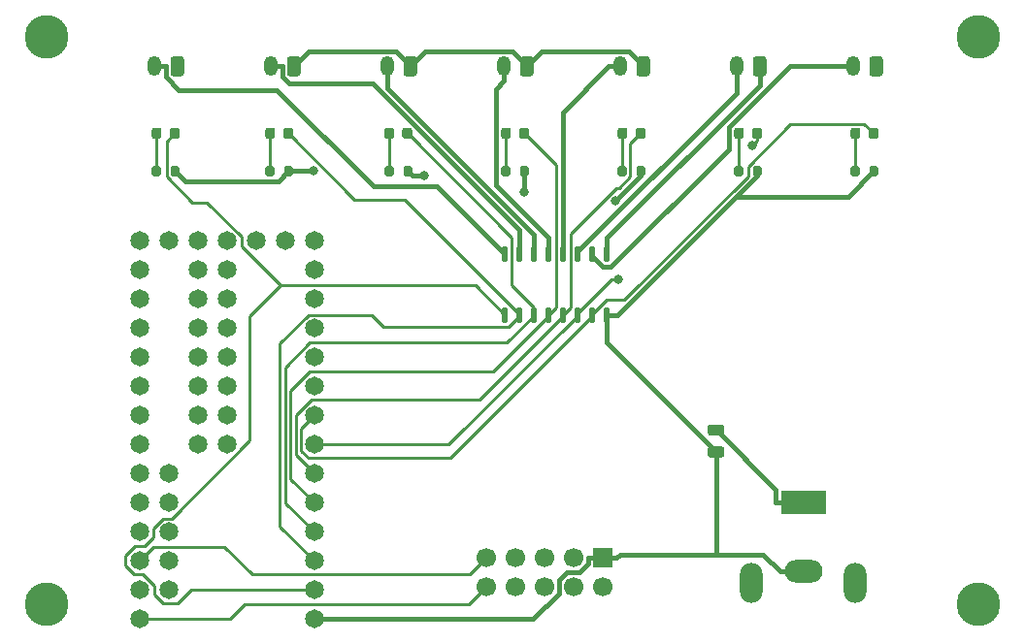
<source format=gbr>
%TF.GenerationSoftware,KiCad,Pcbnew,5.1.7-a382d34a8~87~ubuntu18.04.1*%
%TF.CreationDate,2021-02-24T17:41:24-08:00*%
%TF.ProjectId,teensy3x_solenoid_driver,7465656e-7379-4337-985f-736f6c656e6f,rev?*%
%TF.SameCoordinates,Original*%
%TF.FileFunction,Copper,L1,Top*%
%TF.FilePolarity,Positive*%
%FSLAX46Y46*%
G04 Gerber Fmt 4.6, Leading zero omitted, Abs format (unit mm)*
G04 Created by KiCad (PCBNEW 5.1.7-a382d34a8~87~ubuntu18.04.1) date 2021-02-24 17:41:24*
%MOMM*%
%LPD*%
G01*
G04 APERTURE LIST*
%TA.AperFunction,ComponentPad*%
%ADD10C,3.810000*%
%TD*%
%TA.AperFunction,ComponentPad*%
%ADD11O,1.200000X1.750000*%
%TD*%
%TA.AperFunction,ComponentPad*%
%ADD12R,1.700000X1.700000*%
%TD*%
%TA.AperFunction,ComponentPad*%
%ADD13C,1.700000*%
%TD*%
%TA.AperFunction,ComponentPad*%
%ADD14R,4.000000X2.000000*%
%TD*%
%TA.AperFunction,ComponentPad*%
%ADD15O,3.300000X2.000000*%
%TD*%
%TA.AperFunction,ComponentPad*%
%ADD16O,2.000000X3.500000*%
%TD*%
%TA.AperFunction,ComponentPad*%
%ADD17C,1.650000*%
%TD*%
%TA.AperFunction,ViaPad*%
%ADD18C,0.800000*%
%TD*%
%TA.AperFunction,Conductor*%
%ADD19C,0.381000*%
%TD*%
%TA.AperFunction,Conductor*%
%ADD20C,0.254000*%
%TD*%
G04 APERTURE END LIST*
D10*
%TO.P,M4,*%
%TO.N,*%
X54610000Y-104140000D03*
%TD*%
%TO.P,M3,*%
%TO.N,*%
X135890000Y-104140000D03*
%TD*%
%TO.P,M2,*%
%TO.N,*%
X135890000Y-54610000D03*
%TD*%
%TO.P,M1,*%
%TO.N,*%
X54610000Y-54610000D03*
%TD*%
%TO.P,C1,1*%
%TO.N,Net-(C1-Pad1)*%
%TA.AperFunction,SMDPad,CuDef*%
G36*
G01*
X112555000Y-88400000D02*
X113505000Y-88400000D01*
G75*
G02*
X113755000Y-88650000I0J-250000D01*
G01*
X113755000Y-89150000D01*
G75*
G02*
X113505000Y-89400000I-250000J0D01*
G01*
X112555000Y-89400000D01*
G75*
G02*
X112305000Y-89150000I0J250000D01*
G01*
X112305000Y-88650000D01*
G75*
G02*
X112555000Y-88400000I250000J0D01*
G01*
G37*
%TD.AperFunction*%
%TO.P,C1,2*%
%TO.N,GND*%
%TA.AperFunction,SMDPad,CuDef*%
G36*
G01*
X112555000Y-90300000D02*
X113505000Y-90300000D01*
G75*
G02*
X113755000Y-90550000I0J-250000D01*
G01*
X113755000Y-91050000D01*
G75*
G02*
X113505000Y-91300000I-250000J0D01*
G01*
X112555000Y-91300000D01*
G75*
G02*
X112305000Y-91050000I0J250000D01*
G01*
X112305000Y-90550000D01*
G75*
G02*
X112555000Y-90300000I250000J0D01*
G01*
G37*
%TD.AperFunction*%
%TD*%
%TO.P,J1,1*%
%TO.N,Net-(C1-Pad1)*%
%TA.AperFunction,ComponentPad*%
G36*
G01*
X66640000Y-56524999D02*
X66640000Y-57775001D01*
G75*
G02*
X66390001Y-58025000I-249999J0D01*
G01*
X65689999Y-58025000D01*
G75*
G02*
X65440000Y-57775001I0J249999D01*
G01*
X65440000Y-56524999D01*
G75*
G02*
X65689999Y-56275000I249999J0D01*
G01*
X66390001Y-56275000D01*
G75*
G02*
X66640000Y-56524999I0J-249999D01*
G01*
G37*
%TD.AperFunction*%
D11*
%TO.P,J1,2*%
%TO.N,Net-(J1-Pad2)*%
X64040000Y-57150000D03*
%TD*%
%TO.P,J2,2*%
%TO.N,Net-(J2-Pad2)*%
X74200000Y-57150000D03*
%TO.P,J2,1*%
%TO.N,Net-(C1-Pad1)*%
%TA.AperFunction,ComponentPad*%
G36*
G01*
X76800000Y-56524999D02*
X76800000Y-57775001D01*
G75*
G02*
X76550001Y-58025000I-249999J0D01*
G01*
X75849999Y-58025000D01*
G75*
G02*
X75600000Y-57775001I0J249999D01*
G01*
X75600000Y-56524999D01*
G75*
G02*
X75849999Y-56275000I249999J0D01*
G01*
X76550001Y-56275000D01*
G75*
G02*
X76800000Y-56524999I0J-249999D01*
G01*
G37*
%TD.AperFunction*%
%TD*%
%TO.P,J3,1*%
%TO.N,Net-(C1-Pad1)*%
%TA.AperFunction,ComponentPad*%
G36*
G01*
X86960000Y-56524999D02*
X86960000Y-57775001D01*
G75*
G02*
X86710001Y-58025000I-249999J0D01*
G01*
X86009999Y-58025000D01*
G75*
G02*
X85760000Y-57775001I0J249999D01*
G01*
X85760000Y-56524999D01*
G75*
G02*
X86009999Y-56275000I249999J0D01*
G01*
X86710001Y-56275000D01*
G75*
G02*
X86960000Y-56524999I0J-249999D01*
G01*
G37*
%TD.AperFunction*%
%TO.P,J3,2*%
%TO.N,Net-(J3-Pad2)*%
X84360000Y-57150000D03*
%TD*%
%TO.P,J4,2*%
%TO.N,Net-(J4-Pad2)*%
X94520000Y-57150000D03*
%TO.P,J4,1*%
%TO.N,Net-(C1-Pad1)*%
%TA.AperFunction,ComponentPad*%
G36*
G01*
X97120000Y-56524999D02*
X97120000Y-57775001D01*
G75*
G02*
X96870001Y-58025000I-249999J0D01*
G01*
X96169999Y-58025000D01*
G75*
G02*
X95920000Y-57775001I0J249999D01*
G01*
X95920000Y-56524999D01*
G75*
G02*
X96169999Y-56275000I249999J0D01*
G01*
X96870001Y-56275000D01*
G75*
G02*
X97120000Y-56524999I0J-249999D01*
G01*
G37*
%TD.AperFunction*%
%TD*%
%TO.P,J5,1*%
%TO.N,Net-(C1-Pad1)*%
%TA.AperFunction,ComponentPad*%
G36*
G01*
X107280000Y-56524999D02*
X107280000Y-57775001D01*
G75*
G02*
X107030001Y-58025000I-249999J0D01*
G01*
X106329999Y-58025000D01*
G75*
G02*
X106080000Y-57775001I0J249999D01*
G01*
X106080000Y-56524999D01*
G75*
G02*
X106329999Y-56275000I249999J0D01*
G01*
X107030001Y-56275000D01*
G75*
G02*
X107280000Y-56524999I0J-249999D01*
G01*
G37*
%TD.AperFunction*%
%TO.P,J5,2*%
%TO.N,Net-(J5-Pad2)*%
X104680000Y-57150000D03*
%TD*%
%TO.P,J6,2*%
%TO.N,Net-(J6-Pad2)*%
X114840000Y-57150000D03*
%TO.P,J6,1*%
%TO.N,Net-(C1-Pad1)*%
%TA.AperFunction,ComponentPad*%
G36*
G01*
X117440000Y-56524999D02*
X117440000Y-57775001D01*
G75*
G02*
X117190001Y-58025000I-249999J0D01*
G01*
X116489999Y-58025000D01*
G75*
G02*
X116240000Y-57775001I0J249999D01*
G01*
X116240000Y-56524999D01*
G75*
G02*
X116489999Y-56275000I249999J0D01*
G01*
X117190001Y-56275000D01*
G75*
G02*
X117440000Y-56524999I0J-249999D01*
G01*
G37*
%TD.AperFunction*%
%TD*%
%TO.P,J7,1*%
%TO.N,Net-(C1-Pad1)*%
%TA.AperFunction,ComponentPad*%
G36*
G01*
X127600000Y-56524999D02*
X127600000Y-57775001D01*
G75*
G02*
X127350001Y-58025000I-249999J0D01*
G01*
X126649999Y-58025000D01*
G75*
G02*
X126400000Y-57775001I0J249999D01*
G01*
X126400000Y-56524999D01*
G75*
G02*
X126649999Y-56275000I249999J0D01*
G01*
X127350001Y-56275000D01*
G75*
G02*
X127600000Y-56524999I0J-249999D01*
G01*
G37*
%TD.AperFunction*%
%TO.P,J7,2*%
%TO.N,Net-(J7-Pad2)*%
X125000000Y-57150000D03*
%TD*%
D12*
%TO.P,J8,1*%
%TO.N,GND*%
X103124000Y-100076000D03*
D13*
%TO.P,J8,2*%
%TO.N,/D10_CS*%
X103124000Y-102616000D03*
%TO.P,J8,3*%
%TO.N,/D11_MOSI*%
X100584000Y-100076000D03*
%TO.P,J8,4*%
%TO.N,/D12_MISO*%
X100584000Y-102616000D03*
%TO.P,J8,5*%
%TO.N,/D13_SCK*%
X98044000Y-100076000D03*
%TO.P,J8,6*%
%TO.N,/D14_A0*%
X98044000Y-102616000D03*
%TO.P,J8,7*%
%TO.N,/D18_SDA0*%
X95504000Y-100076000D03*
%TO.P,J8,8*%
%TO.N,/D19_SCL0*%
X95504000Y-102616000D03*
%TO.P,J8,9*%
%TO.N,/3V3*%
X92964000Y-100076000D03*
%TO.P,J8,10*%
%TO.N,/5V*%
X92964000Y-102616000D03*
%TD*%
D14*
%TO.P,J9,1*%
%TO.N,Net-(C1-Pad1)*%
X120650000Y-95250000D03*
D15*
%TO.P,J9,2*%
%TO.N,GND*%
X120650000Y-101250000D03*
D16*
%TO.P,J9,MP*%
%TO.N,N/C*%
X116150000Y-102250000D03*
X125150000Y-102250000D03*
%TD*%
D17*
%TO.P,U1,1*%
%TO.N,GND*%
X77978000Y-105410000D03*
%TO.P,U1,2*%
%TO.N,Net-(D1-Pad2)*%
X77978000Y-102870000D03*
%TO.P,U1,3*%
%TO.N,Net-(D2-Pad2)*%
X77978000Y-100330000D03*
%TO.P,U1,4*%
%TO.N,Net-(D3-Pad2)*%
X77978000Y-97790000D03*
%TO.P,U1,5*%
%TO.N,Net-(D4-Pad2)*%
X77978000Y-95250000D03*
%TO.P,U1,6*%
%TO.N,Net-(D5-Pad2)*%
X77978000Y-92710000D03*
%TO.P,U1,7*%
%TO.N,Net-(D6-Pad2)*%
X77978000Y-90170000D03*
%TO.P,U1,8*%
%TO.N,Net-(D7-Pad2)*%
X77978000Y-87630000D03*
%TO.P,U1,9*%
%TO.N,Net-(U1-Pad9)*%
X77978000Y-85090000D03*
%TO.P,U1,10*%
%TO.N,Net-(U1-Pad10)*%
X77978000Y-82550000D03*
%TO.P,U1,11*%
%TO.N,Net-(U1-Pad11)*%
X77978000Y-80010000D03*
%TO.P,U1,12*%
%TO.N,/D10_CS*%
X77978000Y-77470000D03*
%TO.P,U1,13*%
%TO.N,/D11_MOSI*%
X77978000Y-74930000D03*
%TO.P,U1,14*%
%TO.N,/D12_MISO*%
X77978000Y-72390000D03*
%TO.P,U1,15*%
%TO.N,Net-(U1-Pad15)*%
X75438000Y-72390000D03*
%TO.P,U1,16*%
%TO.N,Net-(U1-Pad16)*%
X72898000Y-72390000D03*
%TO.P,U1,17*%
%TO.N,Net-(U1-Pad17)*%
X70358000Y-72390000D03*
%TO.P,U1,18*%
%TO.N,Net-(U1-Pad18)*%
X67818000Y-72390000D03*
%TO.P,U1,19*%
%TO.N,Net-(U1-Pad19)*%
X65278000Y-72390000D03*
%TO.P,U1,20*%
%TO.N,/D13_SCK*%
X62738000Y-72390000D03*
%TO.P,U1,21*%
%TO.N,/D14_A0*%
X62738000Y-74930000D03*
%TO.P,U1,22*%
%TO.N,Net-(U1-Pad22)*%
X62738000Y-77470000D03*
%TO.P,U1,23*%
%TO.N,Net-(U1-Pad23)*%
X62738000Y-80010000D03*
%TO.P,U1,24*%
%TO.N,Net-(U1-Pad24)*%
X62738000Y-82550000D03*
%TO.P,U1,25*%
%TO.N,/D18_SDA0*%
X62738000Y-85090000D03*
%TO.P,U1,26*%
%TO.N,/D19_SCL0*%
X62738000Y-87630000D03*
%TO.P,U1,27*%
%TO.N,Net-(U1-Pad27)*%
X62738000Y-90170000D03*
%TO.P,U1,28*%
%TO.N,Net-(U1-Pad28)*%
X62738000Y-92710000D03*
%TO.P,U1,29*%
%TO.N,Net-(U1-Pad29)*%
X62738000Y-95250000D03*
%TO.P,U1,30*%
%TO.N,Net-(U1-Pad30)*%
X62738000Y-97790000D03*
%TO.P,U1,31*%
%TO.N,/3V3*%
X62738000Y-100330000D03*
%TO.P,U1,32*%
%TO.N,Net-(U1-Pad32)*%
X62738000Y-102870000D03*
%TO.P,U1,33*%
%TO.N,/5V*%
X62738000Y-105410000D03*
%TO.P,U1,34*%
%TO.N,Net-(U1-Pad34)*%
X70358000Y-90170000D03*
%TO.P,U1,35*%
%TO.N,Net-(U1-Pad35)*%
X70358000Y-87630000D03*
%TO.P,U1,36*%
%TO.N,Net-(U1-Pad36)*%
X70358000Y-85090000D03*
%TO.P,U1,37*%
%TO.N,Net-(U1-Pad37)*%
X70358000Y-82550000D03*
%TO.P,U1,38*%
%TO.N,Net-(U1-Pad38)*%
X70358000Y-80010000D03*
%TO.P,U1,39*%
%TO.N,Net-(U1-Pad39)*%
X70358000Y-77470000D03*
%TO.P,U1,40*%
%TO.N,Net-(U1-Pad40)*%
X70358000Y-74930000D03*
%TO.P,U1,41*%
%TO.N,Net-(U1-Pad41)*%
X67818000Y-74930000D03*
%TO.P,U1,42*%
%TO.N,Net-(U1-Pad42)*%
X67818000Y-77470000D03*
%TO.P,U1,43*%
%TO.N,Net-(U1-Pad43)*%
X67818000Y-80010000D03*
%TO.P,U1,44*%
%TO.N,Net-(U1-Pad44)*%
X67818000Y-82550000D03*
%TO.P,U1,45*%
%TO.N,Net-(U1-Pad45)*%
X67818000Y-85090000D03*
%TO.P,U1,46*%
%TO.N,Net-(U1-Pad46)*%
X67818000Y-87630000D03*
%TO.P,U1,47*%
%TO.N,Net-(U1-Pad47)*%
X67818000Y-90170000D03*
%TO.P,U1,48*%
%TO.N,Net-(U1-Pad48)*%
X65278000Y-92710000D03*
%TO.P,U1,49*%
%TO.N,Net-(U1-Pad49)*%
X65278000Y-95250000D03*
%TO.P,U1,50*%
%TO.N,Net-(U1-Pad50)*%
X65278000Y-97790000D03*
%TO.P,U1,51*%
%TO.N,Net-(U1-Pad51)*%
X65278000Y-102870000D03*
%TO.P,U1,*%
%TO.N,*%
X65278000Y-100330000D03*
%TD*%
%TO.P,U2,1*%
%TO.N,Net-(D1-Pad2)*%
%TA.AperFunction,SMDPad,CuDef*%
G36*
G01*
X94752500Y-79525000D02*
X94477500Y-79525000D01*
G75*
G02*
X94340000Y-79387500I0J137500D01*
G01*
X94340000Y-78312500D01*
G75*
G02*
X94477500Y-78175000I137500J0D01*
G01*
X94752500Y-78175000D01*
G75*
G02*
X94890000Y-78312500I0J-137500D01*
G01*
X94890000Y-79387500D01*
G75*
G02*
X94752500Y-79525000I-137500J0D01*
G01*
G37*
%TD.AperFunction*%
%TO.P,U2,2*%
%TO.N,Net-(D2-Pad2)*%
%TA.AperFunction,SMDPad,CuDef*%
G36*
G01*
X96022500Y-79525000D02*
X95747500Y-79525000D01*
G75*
G02*
X95610000Y-79387500I0J137500D01*
G01*
X95610000Y-78312500D01*
G75*
G02*
X95747500Y-78175000I137500J0D01*
G01*
X96022500Y-78175000D01*
G75*
G02*
X96160000Y-78312500I0J-137500D01*
G01*
X96160000Y-79387500D01*
G75*
G02*
X96022500Y-79525000I-137500J0D01*
G01*
G37*
%TD.AperFunction*%
%TO.P,U2,3*%
%TO.N,Net-(D3-Pad2)*%
%TA.AperFunction,SMDPad,CuDef*%
G36*
G01*
X97292500Y-79525000D02*
X97017500Y-79525000D01*
G75*
G02*
X96880000Y-79387500I0J137500D01*
G01*
X96880000Y-78312500D01*
G75*
G02*
X97017500Y-78175000I137500J0D01*
G01*
X97292500Y-78175000D01*
G75*
G02*
X97430000Y-78312500I0J-137500D01*
G01*
X97430000Y-79387500D01*
G75*
G02*
X97292500Y-79525000I-137500J0D01*
G01*
G37*
%TD.AperFunction*%
%TO.P,U2,4*%
%TO.N,Net-(D4-Pad2)*%
%TA.AperFunction,SMDPad,CuDef*%
G36*
G01*
X98562500Y-79525000D02*
X98287500Y-79525000D01*
G75*
G02*
X98150000Y-79387500I0J137500D01*
G01*
X98150000Y-78312500D01*
G75*
G02*
X98287500Y-78175000I137500J0D01*
G01*
X98562500Y-78175000D01*
G75*
G02*
X98700000Y-78312500I0J-137500D01*
G01*
X98700000Y-79387500D01*
G75*
G02*
X98562500Y-79525000I-137500J0D01*
G01*
G37*
%TD.AperFunction*%
%TO.P,U2,5*%
%TO.N,Net-(D5-Pad2)*%
%TA.AperFunction,SMDPad,CuDef*%
G36*
G01*
X99832500Y-79525000D02*
X99557500Y-79525000D01*
G75*
G02*
X99420000Y-79387500I0J137500D01*
G01*
X99420000Y-78312500D01*
G75*
G02*
X99557500Y-78175000I137500J0D01*
G01*
X99832500Y-78175000D01*
G75*
G02*
X99970000Y-78312500I0J-137500D01*
G01*
X99970000Y-79387500D01*
G75*
G02*
X99832500Y-79525000I-137500J0D01*
G01*
G37*
%TD.AperFunction*%
%TO.P,U2,6*%
%TO.N,Net-(D6-Pad2)*%
%TA.AperFunction,SMDPad,CuDef*%
G36*
G01*
X101102500Y-79525000D02*
X100827500Y-79525000D01*
G75*
G02*
X100690000Y-79387500I0J137500D01*
G01*
X100690000Y-78312500D01*
G75*
G02*
X100827500Y-78175000I137500J0D01*
G01*
X101102500Y-78175000D01*
G75*
G02*
X101240000Y-78312500I0J-137500D01*
G01*
X101240000Y-79387500D01*
G75*
G02*
X101102500Y-79525000I-137500J0D01*
G01*
G37*
%TD.AperFunction*%
%TO.P,U2,7*%
%TO.N,Net-(D7-Pad2)*%
%TA.AperFunction,SMDPad,CuDef*%
G36*
G01*
X102372500Y-79525000D02*
X102097500Y-79525000D01*
G75*
G02*
X101960000Y-79387500I0J137500D01*
G01*
X101960000Y-78312500D01*
G75*
G02*
X102097500Y-78175000I137500J0D01*
G01*
X102372500Y-78175000D01*
G75*
G02*
X102510000Y-78312500I0J-137500D01*
G01*
X102510000Y-79387500D01*
G75*
G02*
X102372500Y-79525000I-137500J0D01*
G01*
G37*
%TD.AperFunction*%
%TO.P,U2,8*%
%TO.N,GND*%
%TA.AperFunction,SMDPad,CuDef*%
G36*
G01*
X103642500Y-79525000D02*
X103367500Y-79525000D01*
G75*
G02*
X103230000Y-79387500I0J137500D01*
G01*
X103230000Y-78312500D01*
G75*
G02*
X103367500Y-78175000I137500J0D01*
G01*
X103642500Y-78175000D01*
G75*
G02*
X103780000Y-78312500I0J-137500D01*
G01*
X103780000Y-79387500D01*
G75*
G02*
X103642500Y-79525000I-137500J0D01*
G01*
G37*
%TD.AperFunction*%
%TO.P,U2,9*%
%TO.N,Net-(C1-Pad1)*%
%TA.AperFunction,SMDPad,CuDef*%
G36*
G01*
X103642500Y-74225000D02*
X103367500Y-74225000D01*
G75*
G02*
X103230000Y-74087500I0J137500D01*
G01*
X103230000Y-73012500D01*
G75*
G02*
X103367500Y-72875000I137500J0D01*
G01*
X103642500Y-72875000D01*
G75*
G02*
X103780000Y-73012500I0J-137500D01*
G01*
X103780000Y-74087500D01*
G75*
G02*
X103642500Y-74225000I-137500J0D01*
G01*
G37*
%TD.AperFunction*%
%TO.P,U2,10*%
%TO.N,Net-(J7-Pad2)*%
%TA.AperFunction,SMDPad,CuDef*%
G36*
G01*
X102372500Y-74225000D02*
X102097500Y-74225000D01*
G75*
G02*
X101960000Y-74087500I0J137500D01*
G01*
X101960000Y-73012500D01*
G75*
G02*
X102097500Y-72875000I137500J0D01*
G01*
X102372500Y-72875000D01*
G75*
G02*
X102510000Y-73012500I0J-137500D01*
G01*
X102510000Y-74087500D01*
G75*
G02*
X102372500Y-74225000I-137500J0D01*
G01*
G37*
%TD.AperFunction*%
%TO.P,U2,11*%
%TO.N,Net-(J6-Pad2)*%
%TA.AperFunction,SMDPad,CuDef*%
G36*
G01*
X101102500Y-74225000D02*
X100827500Y-74225000D01*
G75*
G02*
X100690000Y-74087500I0J137500D01*
G01*
X100690000Y-73012500D01*
G75*
G02*
X100827500Y-72875000I137500J0D01*
G01*
X101102500Y-72875000D01*
G75*
G02*
X101240000Y-73012500I0J-137500D01*
G01*
X101240000Y-74087500D01*
G75*
G02*
X101102500Y-74225000I-137500J0D01*
G01*
G37*
%TD.AperFunction*%
%TO.P,U2,12*%
%TO.N,Net-(J5-Pad2)*%
%TA.AperFunction,SMDPad,CuDef*%
G36*
G01*
X99832500Y-74225000D02*
X99557500Y-74225000D01*
G75*
G02*
X99420000Y-74087500I0J137500D01*
G01*
X99420000Y-73012500D01*
G75*
G02*
X99557500Y-72875000I137500J0D01*
G01*
X99832500Y-72875000D01*
G75*
G02*
X99970000Y-73012500I0J-137500D01*
G01*
X99970000Y-74087500D01*
G75*
G02*
X99832500Y-74225000I-137500J0D01*
G01*
G37*
%TD.AperFunction*%
%TO.P,U2,13*%
%TO.N,Net-(J4-Pad2)*%
%TA.AperFunction,SMDPad,CuDef*%
G36*
G01*
X98562500Y-74225000D02*
X98287500Y-74225000D01*
G75*
G02*
X98150000Y-74087500I0J137500D01*
G01*
X98150000Y-73012500D01*
G75*
G02*
X98287500Y-72875000I137500J0D01*
G01*
X98562500Y-72875000D01*
G75*
G02*
X98700000Y-73012500I0J-137500D01*
G01*
X98700000Y-74087500D01*
G75*
G02*
X98562500Y-74225000I-137500J0D01*
G01*
G37*
%TD.AperFunction*%
%TO.P,U2,14*%
%TO.N,Net-(J3-Pad2)*%
%TA.AperFunction,SMDPad,CuDef*%
G36*
G01*
X97292500Y-74225000D02*
X97017500Y-74225000D01*
G75*
G02*
X96880000Y-74087500I0J137500D01*
G01*
X96880000Y-73012500D01*
G75*
G02*
X97017500Y-72875000I137500J0D01*
G01*
X97292500Y-72875000D01*
G75*
G02*
X97430000Y-73012500I0J-137500D01*
G01*
X97430000Y-74087500D01*
G75*
G02*
X97292500Y-74225000I-137500J0D01*
G01*
G37*
%TD.AperFunction*%
%TO.P,U2,15*%
%TO.N,Net-(J2-Pad2)*%
%TA.AperFunction,SMDPad,CuDef*%
G36*
G01*
X96022500Y-74225000D02*
X95747500Y-74225000D01*
G75*
G02*
X95610000Y-74087500I0J137500D01*
G01*
X95610000Y-73012500D01*
G75*
G02*
X95747500Y-72875000I137500J0D01*
G01*
X96022500Y-72875000D01*
G75*
G02*
X96160000Y-73012500I0J-137500D01*
G01*
X96160000Y-74087500D01*
G75*
G02*
X96022500Y-74225000I-137500J0D01*
G01*
G37*
%TD.AperFunction*%
%TO.P,U2,16*%
%TO.N,Net-(J1-Pad2)*%
%TA.AperFunction,SMDPad,CuDef*%
G36*
G01*
X94752500Y-74225000D02*
X94477500Y-74225000D01*
G75*
G02*
X94340000Y-74087500I0J137500D01*
G01*
X94340000Y-73012500D01*
G75*
G02*
X94477500Y-72875000I137500J0D01*
G01*
X94752500Y-72875000D01*
G75*
G02*
X94890000Y-73012500I0J-137500D01*
G01*
X94890000Y-74087500D01*
G75*
G02*
X94752500Y-74225000I-137500J0D01*
G01*
G37*
%TD.AperFunction*%
%TD*%
%TO.P,D1,1*%
%TO.N,Net-(D1-Pad1)*%
%TA.AperFunction,SMDPad,CuDef*%
G36*
G01*
X63799000Y-63248250D02*
X63799000Y-62735750D01*
G75*
G02*
X64017750Y-62517000I218750J0D01*
G01*
X64455250Y-62517000D01*
G75*
G02*
X64674000Y-62735750I0J-218750D01*
G01*
X64674000Y-63248250D01*
G75*
G02*
X64455250Y-63467000I-218750J0D01*
G01*
X64017750Y-63467000D01*
G75*
G02*
X63799000Y-63248250I0J218750D01*
G01*
G37*
%TD.AperFunction*%
%TO.P,D1,2*%
%TO.N,Net-(D1-Pad2)*%
%TA.AperFunction,SMDPad,CuDef*%
G36*
G01*
X65374000Y-63248250D02*
X65374000Y-62735750D01*
G75*
G02*
X65592750Y-62517000I218750J0D01*
G01*
X66030250Y-62517000D01*
G75*
G02*
X66249000Y-62735750I0J-218750D01*
G01*
X66249000Y-63248250D01*
G75*
G02*
X66030250Y-63467000I-218750J0D01*
G01*
X65592750Y-63467000D01*
G75*
G02*
X65374000Y-63248250I0J218750D01*
G01*
G37*
%TD.AperFunction*%
%TD*%
%TO.P,D2,2*%
%TO.N,Net-(D2-Pad2)*%
%TA.AperFunction,SMDPad,CuDef*%
G36*
G01*
X75280000Y-63248250D02*
X75280000Y-62735750D01*
G75*
G02*
X75498750Y-62517000I218750J0D01*
G01*
X75936250Y-62517000D01*
G75*
G02*
X76155000Y-62735750I0J-218750D01*
G01*
X76155000Y-63248250D01*
G75*
G02*
X75936250Y-63467000I-218750J0D01*
G01*
X75498750Y-63467000D01*
G75*
G02*
X75280000Y-63248250I0J218750D01*
G01*
G37*
%TD.AperFunction*%
%TO.P,D2,1*%
%TO.N,Net-(D2-Pad1)*%
%TA.AperFunction,SMDPad,CuDef*%
G36*
G01*
X73705000Y-63248250D02*
X73705000Y-62735750D01*
G75*
G02*
X73923750Y-62517000I218750J0D01*
G01*
X74361250Y-62517000D01*
G75*
G02*
X74580000Y-62735750I0J-218750D01*
G01*
X74580000Y-63248250D01*
G75*
G02*
X74361250Y-63467000I-218750J0D01*
G01*
X73923750Y-63467000D01*
G75*
G02*
X73705000Y-63248250I0J218750D01*
G01*
G37*
%TD.AperFunction*%
%TD*%
%TO.P,D3,1*%
%TO.N,Net-(D3-Pad1)*%
%TA.AperFunction,SMDPad,CuDef*%
G36*
G01*
X84093500Y-63248250D02*
X84093500Y-62735750D01*
G75*
G02*
X84312250Y-62517000I218750J0D01*
G01*
X84749750Y-62517000D01*
G75*
G02*
X84968500Y-62735750I0J-218750D01*
G01*
X84968500Y-63248250D01*
G75*
G02*
X84749750Y-63467000I-218750J0D01*
G01*
X84312250Y-63467000D01*
G75*
G02*
X84093500Y-63248250I0J218750D01*
G01*
G37*
%TD.AperFunction*%
%TO.P,D3,2*%
%TO.N,Net-(D3-Pad2)*%
%TA.AperFunction,SMDPad,CuDef*%
G36*
G01*
X85668500Y-63248250D02*
X85668500Y-62735750D01*
G75*
G02*
X85887250Y-62517000I218750J0D01*
G01*
X86324750Y-62517000D01*
G75*
G02*
X86543500Y-62735750I0J-218750D01*
G01*
X86543500Y-63248250D01*
G75*
G02*
X86324750Y-63467000I-218750J0D01*
G01*
X85887250Y-63467000D01*
G75*
G02*
X85668500Y-63248250I0J218750D01*
G01*
G37*
%TD.AperFunction*%
%TD*%
%TO.P,D4,2*%
%TO.N,Net-(D4-Pad2)*%
%TA.AperFunction,SMDPad,CuDef*%
G36*
G01*
X95854000Y-63248250D02*
X95854000Y-62735750D01*
G75*
G02*
X96072750Y-62517000I218750J0D01*
G01*
X96510250Y-62517000D01*
G75*
G02*
X96729000Y-62735750I0J-218750D01*
G01*
X96729000Y-63248250D01*
G75*
G02*
X96510250Y-63467000I-218750J0D01*
G01*
X96072750Y-63467000D01*
G75*
G02*
X95854000Y-63248250I0J218750D01*
G01*
G37*
%TD.AperFunction*%
%TO.P,D4,1*%
%TO.N,Net-(D4-Pad1)*%
%TA.AperFunction,SMDPad,CuDef*%
G36*
G01*
X94279000Y-63248250D02*
X94279000Y-62735750D01*
G75*
G02*
X94497750Y-62517000I218750J0D01*
G01*
X94935250Y-62517000D01*
G75*
G02*
X95154000Y-62735750I0J-218750D01*
G01*
X95154000Y-63248250D01*
G75*
G02*
X94935250Y-63467000I-218750J0D01*
G01*
X94497750Y-63467000D01*
G75*
G02*
X94279000Y-63248250I0J218750D01*
G01*
G37*
%TD.AperFunction*%
%TD*%
%TO.P,D5,1*%
%TO.N,Net-(D5-Pad1)*%
%TA.AperFunction,SMDPad,CuDef*%
G36*
G01*
X104439000Y-63248250D02*
X104439000Y-62735750D01*
G75*
G02*
X104657750Y-62517000I218750J0D01*
G01*
X105095250Y-62517000D01*
G75*
G02*
X105314000Y-62735750I0J-218750D01*
G01*
X105314000Y-63248250D01*
G75*
G02*
X105095250Y-63467000I-218750J0D01*
G01*
X104657750Y-63467000D01*
G75*
G02*
X104439000Y-63248250I0J218750D01*
G01*
G37*
%TD.AperFunction*%
%TO.P,D5,2*%
%TO.N,Net-(D5-Pad2)*%
%TA.AperFunction,SMDPad,CuDef*%
G36*
G01*
X106014000Y-63248250D02*
X106014000Y-62735750D01*
G75*
G02*
X106232750Y-62517000I218750J0D01*
G01*
X106670250Y-62517000D01*
G75*
G02*
X106889000Y-62735750I0J-218750D01*
G01*
X106889000Y-63248250D01*
G75*
G02*
X106670250Y-63467000I-218750J0D01*
G01*
X106232750Y-63467000D01*
G75*
G02*
X106014000Y-63248250I0J218750D01*
G01*
G37*
%TD.AperFunction*%
%TD*%
%TO.P,D6,2*%
%TO.N,Net-(D6-Pad2)*%
%TA.AperFunction,SMDPad,CuDef*%
G36*
G01*
X116174000Y-63248250D02*
X116174000Y-62735750D01*
G75*
G02*
X116392750Y-62517000I218750J0D01*
G01*
X116830250Y-62517000D01*
G75*
G02*
X117049000Y-62735750I0J-218750D01*
G01*
X117049000Y-63248250D01*
G75*
G02*
X116830250Y-63467000I-218750J0D01*
G01*
X116392750Y-63467000D01*
G75*
G02*
X116174000Y-63248250I0J218750D01*
G01*
G37*
%TD.AperFunction*%
%TO.P,D6,1*%
%TO.N,Net-(D6-Pad1)*%
%TA.AperFunction,SMDPad,CuDef*%
G36*
G01*
X114599000Y-63248250D02*
X114599000Y-62735750D01*
G75*
G02*
X114817750Y-62517000I218750J0D01*
G01*
X115255250Y-62517000D01*
G75*
G02*
X115474000Y-62735750I0J-218750D01*
G01*
X115474000Y-63248250D01*
G75*
G02*
X115255250Y-63467000I-218750J0D01*
G01*
X114817750Y-63467000D01*
G75*
G02*
X114599000Y-63248250I0J218750D01*
G01*
G37*
%TD.AperFunction*%
%TD*%
%TO.P,D7,1*%
%TO.N,Net-(D7-Pad1)*%
%TA.AperFunction,SMDPad,CuDef*%
G36*
G01*
X124759000Y-63248250D02*
X124759000Y-62735750D01*
G75*
G02*
X124977750Y-62517000I218750J0D01*
G01*
X125415250Y-62517000D01*
G75*
G02*
X125634000Y-62735750I0J-218750D01*
G01*
X125634000Y-63248250D01*
G75*
G02*
X125415250Y-63467000I-218750J0D01*
G01*
X124977750Y-63467000D01*
G75*
G02*
X124759000Y-63248250I0J218750D01*
G01*
G37*
%TD.AperFunction*%
%TO.P,D7,2*%
%TO.N,Net-(D7-Pad2)*%
%TA.AperFunction,SMDPad,CuDef*%
G36*
G01*
X126334000Y-63248250D02*
X126334000Y-62735750D01*
G75*
G02*
X126552750Y-62517000I218750J0D01*
G01*
X126990250Y-62517000D01*
G75*
G02*
X127209000Y-62735750I0J-218750D01*
G01*
X127209000Y-63248250D01*
G75*
G02*
X126990250Y-63467000I-218750J0D01*
G01*
X126552750Y-63467000D01*
G75*
G02*
X126334000Y-63248250I0J218750D01*
G01*
G37*
%TD.AperFunction*%
%TD*%
%TO.P,R1,2*%
%TO.N,GND*%
%TA.AperFunction,SMDPad,CuDef*%
G36*
G01*
X65449000Y-66569000D02*
X65449000Y-66019000D01*
G75*
G02*
X65649000Y-65819000I200000J0D01*
G01*
X66049000Y-65819000D01*
G75*
G02*
X66249000Y-66019000I0J-200000D01*
G01*
X66249000Y-66569000D01*
G75*
G02*
X66049000Y-66769000I-200000J0D01*
G01*
X65649000Y-66769000D01*
G75*
G02*
X65449000Y-66569000I0J200000D01*
G01*
G37*
%TD.AperFunction*%
%TO.P,R1,1*%
%TO.N,Net-(D1-Pad1)*%
%TA.AperFunction,SMDPad,CuDef*%
G36*
G01*
X63799000Y-66569000D02*
X63799000Y-66019000D01*
G75*
G02*
X63999000Y-65819000I200000J0D01*
G01*
X64399000Y-65819000D01*
G75*
G02*
X64599000Y-66019000I0J-200000D01*
G01*
X64599000Y-66569000D01*
G75*
G02*
X64399000Y-66769000I-200000J0D01*
G01*
X63999000Y-66769000D01*
G75*
G02*
X63799000Y-66569000I0J200000D01*
G01*
G37*
%TD.AperFunction*%
%TD*%
%TO.P,R2,2*%
%TO.N,GND*%
%TA.AperFunction,SMDPad,CuDef*%
G36*
G01*
X75355000Y-66569000D02*
X75355000Y-66019000D01*
G75*
G02*
X75555000Y-65819000I200000J0D01*
G01*
X75955000Y-65819000D01*
G75*
G02*
X76155000Y-66019000I0J-200000D01*
G01*
X76155000Y-66569000D01*
G75*
G02*
X75955000Y-66769000I-200000J0D01*
G01*
X75555000Y-66769000D01*
G75*
G02*
X75355000Y-66569000I0J200000D01*
G01*
G37*
%TD.AperFunction*%
%TO.P,R2,1*%
%TO.N,Net-(D2-Pad1)*%
%TA.AperFunction,SMDPad,CuDef*%
G36*
G01*
X73705000Y-66569000D02*
X73705000Y-66019000D01*
G75*
G02*
X73905000Y-65819000I200000J0D01*
G01*
X74305000Y-65819000D01*
G75*
G02*
X74505000Y-66019000I0J-200000D01*
G01*
X74505000Y-66569000D01*
G75*
G02*
X74305000Y-66769000I-200000J0D01*
G01*
X73905000Y-66769000D01*
G75*
G02*
X73705000Y-66569000I0J200000D01*
G01*
G37*
%TD.AperFunction*%
%TD*%
%TO.P,R3,1*%
%TO.N,Net-(D3-Pad1)*%
%TA.AperFunction,SMDPad,CuDef*%
G36*
G01*
X84119000Y-66569000D02*
X84119000Y-66019000D01*
G75*
G02*
X84319000Y-65819000I200000J0D01*
G01*
X84719000Y-65819000D01*
G75*
G02*
X84919000Y-66019000I0J-200000D01*
G01*
X84919000Y-66569000D01*
G75*
G02*
X84719000Y-66769000I-200000J0D01*
G01*
X84319000Y-66769000D01*
G75*
G02*
X84119000Y-66569000I0J200000D01*
G01*
G37*
%TD.AperFunction*%
%TO.P,R3,2*%
%TO.N,GND*%
%TA.AperFunction,SMDPad,CuDef*%
G36*
G01*
X85769000Y-66569000D02*
X85769000Y-66019000D01*
G75*
G02*
X85969000Y-65819000I200000J0D01*
G01*
X86369000Y-65819000D01*
G75*
G02*
X86569000Y-66019000I0J-200000D01*
G01*
X86569000Y-66569000D01*
G75*
G02*
X86369000Y-66769000I-200000J0D01*
G01*
X85969000Y-66769000D01*
G75*
G02*
X85769000Y-66569000I0J200000D01*
G01*
G37*
%TD.AperFunction*%
%TD*%
%TO.P,R4,2*%
%TO.N,GND*%
%TA.AperFunction,SMDPad,CuDef*%
G36*
G01*
X95929000Y-66569000D02*
X95929000Y-66019000D01*
G75*
G02*
X96129000Y-65819000I200000J0D01*
G01*
X96529000Y-65819000D01*
G75*
G02*
X96729000Y-66019000I0J-200000D01*
G01*
X96729000Y-66569000D01*
G75*
G02*
X96529000Y-66769000I-200000J0D01*
G01*
X96129000Y-66769000D01*
G75*
G02*
X95929000Y-66569000I0J200000D01*
G01*
G37*
%TD.AperFunction*%
%TO.P,R4,1*%
%TO.N,Net-(D4-Pad1)*%
%TA.AperFunction,SMDPad,CuDef*%
G36*
G01*
X94279000Y-66569000D02*
X94279000Y-66019000D01*
G75*
G02*
X94479000Y-65819000I200000J0D01*
G01*
X94879000Y-65819000D01*
G75*
G02*
X95079000Y-66019000I0J-200000D01*
G01*
X95079000Y-66569000D01*
G75*
G02*
X94879000Y-66769000I-200000J0D01*
G01*
X94479000Y-66769000D01*
G75*
G02*
X94279000Y-66569000I0J200000D01*
G01*
G37*
%TD.AperFunction*%
%TD*%
%TO.P,R5,1*%
%TO.N,Net-(D5-Pad1)*%
%TA.AperFunction,SMDPad,CuDef*%
G36*
G01*
X104439000Y-66569000D02*
X104439000Y-66019000D01*
G75*
G02*
X104639000Y-65819000I200000J0D01*
G01*
X105039000Y-65819000D01*
G75*
G02*
X105239000Y-66019000I0J-200000D01*
G01*
X105239000Y-66569000D01*
G75*
G02*
X105039000Y-66769000I-200000J0D01*
G01*
X104639000Y-66769000D01*
G75*
G02*
X104439000Y-66569000I0J200000D01*
G01*
G37*
%TD.AperFunction*%
%TO.P,R5,2*%
%TO.N,GND*%
%TA.AperFunction,SMDPad,CuDef*%
G36*
G01*
X106089000Y-66569000D02*
X106089000Y-66019000D01*
G75*
G02*
X106289000Y-65819000I200000J0D01*
G01*
X106689000Y-65819000D01*
G75*
G02*
X106889000Y-66019000I0J-200000D01*
G01*
X106889000Y-66569000D01*
G75*
G02*
X106689000Y-66769000I-200000J0D01*
G01*
X106289000Y-66769000D01*
G75*
G02*
X106089000Y-66569000I0J200000D01*
G01*
G37*
%TD.AperFunction*%
%TD*%
%TO.P,R6,2*%
%TO.N,GND*%
%TA.AperFunction,SMDPad,CuDef*%
G36*
G01*
X116249000Y-66569000D02*
X116249000Y-66019000D01*
G75*
G02*
X116449000Y-65819000I200000J0D01*
G01*
X116849000Y-65819000D01*
G75*
G02*
X117049000Y-66019000I0J-200000D01*
G01*
X117049000Y-66569000D01*
G75*
G02*
X116849000Y-66769000I-200000J0D01*
G01*
X116449000Y-66769000D01*
G75*
G02*
X116249000Y-66569000I0J200000D01*
G01*
G37*
%TD.AperFunction*%
%TO.P,R6,1*%
%TO.N,Net-(D6-Pad1)*%
%TA.AperFunction,SMDPad,CuDef*%
G36*
G01*
X114599000Y-66569000D02*
X114599000Y-66019000D01*
G75*
G02*
X114799000Y-65819000I200000J0D01*
G01*
X115199000Y-65819000D01*
G75*
G02*
X115399000Y-66019000I0J-200000D01*
G01*
X115399000Y-66569000D01*
G75*
G02*
X115199000Y-66769000I-200000J0D01*
G01*
X114799000Y-66769000D01*
G75*
G02*
X114599000Y-66569000I0J200000D01*
G01*
G37*
%TD.AperFunction*%
%TD*%
%TO.P,R7,1*%
%TO.N,Net-(D7-Pad1)*%
%TA.AperFunction,SMDPad,CuDef*%
G36*
G01*
X124759000Y-66569000D02*
X124759000Y-66019000D01*
G75*
G02*
X124959000Y-65819000I200000J0D01*
G01*
X125359000Y-65819000D01*
G75*
G02*
X125559000Y-66019000I0J-200000D01*
G01*
X125559000Y-66569000D01*
G75*
G02*
X125359000Y-66769000I-200000J0D01*
G01*
X124959000Y-66769000D01*
G75*
G02*
X124759000Y-66569000I0J200000D01*
G01*
G37*
%TD.AperFunction*%
%TO.P,R7,2*%
%TO.N,GND*%
%TA.AperFunction,SMDPad,CuDef*%
G36*
G01*
X126409000Y-66569000D02*
X126409000Y-66019000D01*
G75*
G02*
X126609000Y-65819000I200000J0D01*
G01*
X127009000Y-65819000D01*
G75*
G02*
X127209000Y-66019000I0J-200000D01*
G01*
X127209000Y-66569000D01*
G75*
G02*
X127009000Y-66769000I-200000J0D01*
G01*
X126609000Y-66769000D01*
G75*
G02*
X126409000Y-66569000I0J200000D01*
G01*
G37*
%TD.AperFunction*%
%TD*%
D18*
%TO.N,GND*%
X96296600Y-68130200D03*
X87536800Y-66715700D03*
X77963400Y-66294000D03*
X104258900Y-68908800D03*
%TO.N,Net-(D6-Pad2)*%
X104506300Y-75762300D03*
X116186800Y-64081800D03*
%TD*%
D19*
%TO.N,Net-(C1-Pad1)*%
X103505000Y-73550000D02*
X103505000Y-72109800D01*
X103505000Y-72109800D02*
X116840000Y-58774800D01*
X116840000Y-58774800D02*
X116840000Y-57150000D01*
X118259200Y-95250000D02*
X118259200Y-94129200D01*
X118259200Y-94129200D02*
X113030000Y-88900000D01*
X96520000Y-57150000D02*
X95254100Y-55884100D01*
X95254100Y-55884100D02*
X87625900Y-55884100D01*
X87625900Y-55884100D02*
X86360000Y-57150000D01*
X106680000Y-57150000D02*
X105414100Y-55884100D01*
X105414100Y-55884100D02*
X97785900Y-55884100D01*
X97785900Y-55884100D02*
X96520000Y-57150000D01*
X76200000Y-57150000D02*
X77465900Y-55884100D01*
X77465900Y-55884100D02*
X85094100Y-55884100D01*
X85094100Y-55884100D02*
X86360000Y-57150000D01*
X120650000Y-95250000D02*
X118259200Y-95250000D01*
%TO.N,GND*%
X75755000Y-66294000D02*
X74846600Y-67202400D01*
X74846600Y-67202400D02*
X66757400Y-67202400D01*
X66757400Y-67202400D02*
X65849000Y-66294000D01*
X75755000Y-66294000D02*
X77963400Y-66294000D01*
X96296600Y-68130200D02*
X96329000Y-68097800D01*
X96329000Y-68097800D02*
X96329000Y-66294000D01*
X104258900Y-68908800D02*
X106489000Y-66678700D01*
X106489000Y-66678700D02*
X106489000Y-66294000D01*
X87536800Y-66715700D02*
X86590700Y-66715700D01*
X86590700Y-66715700D02*
X86169000Y-66294000D01*
X113030000Y-99770600D02*
X117129800Y-99770600D01*
X117129800Y-99770600D02*
X118609200Y-101250000D01*
X104364800Y-100076000D02*
X104670200Y-99770600D01*
X104670200Y-99770600D02*
X113030000Y-99770600D01*
X113030000Y-90800000D02*
X113030000Y-99770600D01*
X120650000Y-101250000D02*
X118609200Y-101250000D01*
X103124000Y-100076000D02*
X104364800Y-100076000D01*
X103505000Y-78850000D02*
X104462000Y-78850000D01*
X116649000Y-66663000D02*
X116649000Y-66294000D01*
X103505000Y-78850000D02*
X103505000Y-81275000D01*
X103505000Y-81275000D02*
X113030000Y-90800000D01*
X103124000Y-100076000D02*
X101883200Y-100076000D01*
X77978000Y-105410000D02*
X97079100Y-105410000D01*
X97079100Y-105410000D02*
X99343100Y-103146000D01*
X99343100Y-103146000D02*
X99343100Y-102026000D01*
X99343100Y-102026000D02*
X100052300Y-101316800D01*
X100052300Y-101316800D02*
X101107800Y-101316800D01*
X101107800Y-101316800D02*
X101883200Y-100541400D01*
X101883200Y-100541400D02*
X101883200Y-100076000D01*
X126809000Y-66294000D02*
X124561000Y-68542000D01*
X124561000Y-68542000D02*
X114770000Y-68542000D01*
X114770000Y-68542000D02*
X116649000Y-66663000D01*
X104462000Y-78850000D02*
X114770000Y-68542000D01*
%TO.N,Net-(J1-Pad2)*%
X64040000Y-57150000D02*
X65030800Y-57150000D01*
X94615000Y-73550000D02*
X88694300Y-67629300D01*
X88694300Y-67629300D02*
X83136700Y-67629300D01*
X83136700Y-67629300D02*
X74728100Y-59220700D01*
X74728100Y-59220700D02*
X66187000Y-59220700D01*
X66187000Y-59220700D02*
X65030800Y-58064500D01*
X65030800Y-58064500D02*
X65030800Y-57150000D01*
%TO.N,Net-(J2-Pad2)*%
X75190800Y-57150000D02*
X75190800Y-58064500D01*
X75190800Y-58064500D02*
X75765600Y-58639300D01*
X75765600Y-58639300D02*
X83093900Y-58639300D01*
X83093900Y-58639300D02*
X95885000Y-71430400D01*
X95885000Y-71430400D02*
X95885000Y-73550000D01*
X74200000Y-57150000D02*
X75190800Y-57150000D01*
%TO.N,Net-(J3-Pad2)*%
X84360000Y-57150000D02*
X84360000Y-59083000D01*
X84360000Y-59083000D02*
X97155000Y-71878000D01*
X97155000Y-71878000D02*
X97155000Y-73550000D01*
%TO.N,Net-(J4-Pad2)*%
X94520000Y-57150000D02*
X94520000Y-58415800D01*
X98425000Y-73550000D02*
X98425000Y-72129000D01*
X98425000Y-72129000D02*
X93826000Y-67530000D01*
X93826000Y-67530000D02*
X93826000Y-59109800D01*
X93826000Y-59109800D02*
X94520000Y-58415800D01*
%TO.N,Net-(J5-Pad2)*%
X104680000Y-57150000D02*
X103689200Y-57150000D01*
X99695000Y-73550000D02*
X99695000Y-61144200D01*
X99695000Y-61144200D02*
X103689200Y-57150000D01*
%TO.N,Net-(J6-Pad2)*%
X100965000Y-73550000D02*
X100965000Y-73324500D01*
X100965000Y-73324500D02*
X114840000Y-59449500D01*
X114840000Y-59449500D02*
X114840000Y-57150000D01*
%TO.N,Net-(J7-Pad2)*%
X102235000Y-73550000D02*
X102235000Y-73724100D01*
X102235000Y-73724100D02*
X103155600Y-74644700D01*
X103155600Y-74644700D02*
X103872700Y-74644700D01*
X103872700Y-74644700D02*
X114148100Y-64369300D01*
X114148100Y-64369300D02*
X114148100Y-62468200D01*
X114148100Y-62468200D02*
X119466300Y-57150000D01*
X119466300Y-57150000D02*
X125000000Y-57150000D01*
D20*
%TO.N,/3V3*%
X62738000Y-100330000D02*
X63928600Y-99139400D01*
X63928600Y-99139400D02*
X70175400Y-99139400D01*
X70175400Y-99139400D02*
X72555300Y-101519300D01*
X72555300Y-101519300D02*
X91520700Y-101519300D01*
X91520700Y-101519300D02*
X92964000Y-100076000D01*
%TO.N,/5V*%
X62738000Y-105410000D02*
X70621100Y-105410000D01*
X70621100Y-105410000D02*
X71928900Y-104102200D01*
X71928900Y-104102200D02*
X91477800Y-104102200D01*
X91477800Y-104102200D02*
X92964000Y-102616000D01*
%TO.N,Net-(D1-Pad1)*%
X64199000Y-66294000D02*
X64236500Y-66256500D01*
X64236500Y-66256500D02*
X64236500Y-62992000D01*
%TO.N,Net-(D1-Pad2)*%
X75009300Y-76278500D02*
X92043500Y-76278500D01*
X92043500Y-76278500D02*
X94615000Y-78850000D01*
X65811500Y-62992000D02*
X65116300Y-63687200D01*
X65116300Y-63687200D02*
X65116300Y-66790900D01*
X65116300Y-66790900D02*
X67338600Y-69013200D01*
X67338600Y-69013200D02*
X68611100Y-69013200D01*
X68611100Y-69013200D02*
X71628000Y-72030100D01*
X71628000Y-72030100D02*
X71628000Y-72897200D01*
X71628000Y-72897200D02*
X75009300Y-76278500D01*
X75009300Y-76278500D02*
X72353500Y-78934300D01*
X72353500Y-78934300D02*
X72353500Y-89816000D01*
X72353500Y-89816000D02*
X65531800Y-96637700D01*
X65531800Y-96637700D02*
X64800700Y-96637700D01*
X64800700Y-96637700D02*
X63975700Y-97462700D01*
X63975700Y-97462700D02*
X63975700Y-98261400D01*
X63975700Y-98261400D02*
X63177200Y-99059900D01*
X63177200Y-99059900D02*
X62329100Y-99059900D01*
X62329100Y-99059900D02*
X61517200Y-99871800D01*
X61517200Y-99871800D02*
X61517200Y-100739200D01*
X61517200Y-100739200D02*
X62297300Y-101519300D01*
X62297300Y-101519300D02*
X63018200Y-101519300D01*
X63018200Y-101519300D02*
X64023400Y-102524500D01*
X64023400Y-102524500D02*
X64023400Y-103273300D01*
X64023400Y-103273300D02*
X64776500Y-104026400D01*
X64776500Y-104026400D02*
X66089600Y-104026400D01*
X66089600Y-104026400D02*
X67246000Y-102870000D01*
X67246000Y-102870000D02*
X77978000Y-102870000D01*
%TO.N,Net-(D2-Pad2)*%
X95885000Y-78850000D02*
X95885000Y-78926300D01*
X95885000Y-78926300D02*
X94954900Y-79856400D01*
X94954900Y-79856400D02*
X83994100Y-79856400D01*
X83994100Y-79856400D02*
X82978000Y-78840300D01*
X82978000Y-78840300D02*
X77496800Y-78840300D01*
X77496800Y-78840300D02*
X75002100Y-81335000D01*
X75002100Y-81335000D02*
X75002100Y-97354100D01*
X75002100Y-97354100D02*
X77978000Y-100330000D01*
X75717500Y-62992000D02*
X81513800Y-68788300D01*
X81513800Y-68788300D02*
X85885800Y-68788300D01*
X85885800Y-68788300D02*
X95885000Y-78787500D01*
X95885000Y-78787500D02*
X95885000Y-78850000D01*
%TO.N,Net-(D2-Pad1)*%
X74105000Y-66294000D02*
X74142500Y-66256500D01*
X74142500Y-66256500D02*
X74142500Y-62992000D01*
%TO.N,Net-(D3-Pad1)*%
X84519000Y-66294000D02*
X84531000Y-66282000D01*
X84531000Y-66282000D02*
X84531000Y-62992000D01*
%TO.N,Net-(D3-Pad2)*%
X77978000Y-97790000D02*
X75456400Y-95268400D01*
X75456400Y-95268400D02*
X75456400Y-83441800D01*
X75456400Y-83441800D02*
X77618200Y-81280000D01*
X77618200Y-81280000D02*
X94800900Y-81280000D01*
X94800900Y-81280000D02*
X97155000Y-78925900D01*
X97155000Y-78925900D02*
X97155000Y-78850000D01*
X86106000Y-62992000D02*
X95217900Y-72103900D01*
X95217900Y-72103900D02*
X95217900Y-76285600D01*
X95217900Y-76285600D02*
X97155000Y-78222700D01*
X97155000Y-78222700D02*
X97155000Y-78850000D01*
%TO.N,Net-(D4-Pad2)*%
X77978000Y-95250000D02*
X75910700Y-93182700D01*
X75910700Y-93182700D02*
X75910700Y-85458600D01*
X75910700Y-85458600D02*
X77604300Y-83765000D01*
X77604300Y-83765000D02*
X93586100Y-83765000D01*
X93586100Y-83765000D02*
X98425000Y-78926100D01*
X98425000Y-78926100D02*
X98425000Y-78850000D01*
X96291500Y-62992000D02*
X99060000Y-65760500D01*
X99060000Y-65760500D02*
X99060000Y-78215000D01*
X99060000Y-78215000D02*
X98425000Y-78850000D01*
%TO.N,Net-(D4-Pad1)*%
X94716500Y-62992000D02*
X94716500Y-66256500D01*
X94716500Y-66256500D02*
X94679000Y-66294000D01*
%TO.N,Net-(D5-Pad1)*%
X104839000Y-66294000D02*
X104876500Y-66256500D01*
X104876500Y-66256500D02*
X104876500Y-62992000D01*
%TO.N,Net-(D5-Pad2)*%
X99695000Y-78850000D02*
X99695000Y-78926400D01*
X99695000Y-78926400D02*
X92371400Y-86250000D01*
X92371400Y-86250000D02*
X77715400Y-86250000D01*
X77715400Y-86250000D02*
X76365000Y-87600400D01*
X76365000Y-87600400D02*
X76365000Y-91097000D01*
X76365000Y-91097000D02*
X77978000Y-92710000D01*
X106451500Y-62992000D02*
X105567100Y-63876400D01*
X105567100Y-63876400D02*
X105567100Y-66787500D01*
X105567100Y-66787500D02*
X104575900Y-67778700D01*
X104575900Y-67778700D02*
X104337500Y-67778700D01*
X104337500Y-67778700D02*
X100362100Y-71754100D01*
X100362100Y-71754100D02*
X100362100Y-78182900D01*
X100362100Y-78182900D02*
X99695000Y-78850000D01*
%TO.N,Net-(D6-Pad2)*%
X100965000Y-78850000D02*
X100965000Y-78928300D01*
X100965000Y-78928300D02*
X89723300Y-90170000D01*
X89723300Y-90170000D02*
X77978000Y-90170000D01*
X104506300Y-75762300D02*
X103923200Y-75762300D01*
X103923200Y-75762300D02*
X100965000Y-78720500D01*
X100965000Y-78720500D02*
X100965000Y-78850000D01*
X116611500Y-62992000D02*
X116611500Y-63657100D01*
X116611500Y-63657100D02*
X116186800Y-64081800D01*
%TO.N,Net-(D6-Pad1)*%
X114999000Y-66294000D02*
X114999000Y-63029500D01*
X114999000Y-63029500D02*
X115036500Y-62992000D01*
%TO.N,Net-(D7-Pad1)*%
X125196500Y-66256500D02*
X125159000Y-66294000D01*
X125196500Y-62992000D02*
X125196500Y-66256500D01*
%TO.N,Net-(D7-Pad2)*%
X102235000Y-78850000D02*
X102235000Y-78958800D01*
X102235000Y-78958800D02*
X89861700Y-91332100D01*
X89861700Y-91332100D02*
X77466500Y-91332100D01*
X77466500Y-91332100D02*
X76819400Y-90685000D01*
X76819400Y-90685000D02*
X76819400Y-88788600D01*
X76819400Y-88788600D02*
X77978000Y-87630000D01*
X126771500Y-62992000D02*
X125968100Y-62188600D01*
X125968100Y-62188600D02*
X119533500Y-62188600D01*
X119533500Y-62188600D02*
X115824000Y-65898100D01*
X115824000Y-65898100D02*
X115824000Y-66755500D01*
X115824000Y-66755500D02*
X105033600Y-77545900D01*
X105033600Y-77545900D02*
X103459500Y-77545900D01*
X103459500Y-77545900D02*
X102235000Y-78770400D01*
X102235000Y-78770400D02*
X102235000Y-78850000D01*
%TD*%
M02*

</source>
